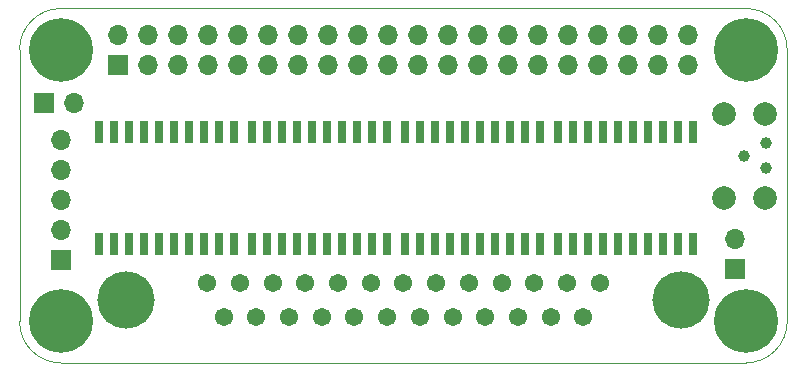
<source format=gbr>
%TF.GenerationSoftware,KiCad,Pcbnew,(5.1.9-16-g1737927814)-1*%
%TF.CreationDate,2021-11-14T21:42:26-06:00*%
%TF.ProjectId,rascsi_zero,72617363-7369-45f7-9a65-726f2e6b6963,rev?*%
%TF.SameCoordinates,PX59d60c0PY325aa00*%
%TF.FileFunction,Soldermask,Bot*%
%TF.FilePolarity,Negative*%
%FSLAX46Y46*%
G04 Gerber Fmt 4.6, Leading zero omitted, Abs format (unit mm)*
G04 Created by KiCad (PCBNEW (5.1.9-16-g1737927814)-1) date 2021-11-14 21:42:26*
%MOMM*%
%LPD*%
G01*
G04 APERTURE LIST*
%TA.AperFunction,Profile*%
%ADD10C,0.050000*%
%TD*%
%ADD11C,1.000000*%
%ADD12C,2.000000*%
%ADD13C,5.400000*%
%ADD14O,1.700000X1.700000*%
%ADD15R,1.700000X1.700000*%
%ADD16C,4.845000*%
%ADD17C,1.545000*%
%ADD18R,0.650000X1.950000*%
G04 APERTURE END LIST*
D10*
X83800000Y-19700000D02*
X141800000Y-19700000D01*
X83800000Y-19700000D02*
G75*
G02*
X80300000Y-16200000I0J3500000D01*
G01*
X145300000Y-16200000D02*
G75*
G02*
X141800000Y-19700000I-3500000J0D01*
G01*
X80300000Y6800000D02*
X80300000Y-16200000D01*
X145300000Y6800000D02*
X145300000Y-16200000D01*
X83800000Y10300000D02*
X141800000Y10300000D01*
X80300000Y6800000D02*
G75*
G02*
X83800000Y10300000I3500000J0D01*
G01*
X141800000Y10300000D02*
G75*
G02*
X145300000Y6800000I0J-3500000D01*
G01*
D11*
%TO.C,TP3*%
X143510000Y-1125000D03*
%TD*%
%TO.C,TP2*%
X141660000Y-2200000D03*
%TD*%
%TO.C,TP1*%
X143510000Y-3225000D03*
%TD*%
D12*
%TO.C,J3*%
X139950000Y-5775000D03*
X139950000Y1375000D03*
X143400000Y1375000D03*
X143400000Y-5775000D03*
%TD*%
D13*
%TO.C,H4*%
X141800000Y-16200000D03*
%TD*%
%TO.C,H3*%
X83800000Y-16200000D03*
%TD*%
%TO.C,H2*%
X141800000Y6800000D03*
%TD*%
%TO.C,H1*%
X83800000Y6800000D03*
%TD*%
D14*
%TO.C,J2*%
X140836000Y-9192000D03*
D15*
X140836000Y-11732000D03*
%TD*%
D14*
%TO.C,J1*%
X136930000Y8070000D03*
X136930000Y5530000D03*
X134390000Y8070000D03*
X134390000Y5530000D03*
X131850000Y8070000D03*
X131850000Y5530000D03*
X129310000Y8070000D03*
X129310000Y5530000D03*
X126770000Y8070000D03*
X126770000Y5530000D03*
X124230000Y8070000D03*
X124230000Y5530000D03*
X121690000Y8070000D03*
X121690000Y5530000D03*
X119150000Y8070000D03*
X119150000Y5530000D03*
X116610000Y8070000D03*
X116610000Y5530000D03*
X114070000Y8070000D03*
X114070000Y5530000D03*
X111530000Y8070000D03*
X111530000Y5530000D03*
X108990000Y8070000D03*
X108990000Y5530000D03*
X106450000Y8070000D03*
X106450000Y5530000D03*
X103910000Y8070000D03*
X103910000Y5530000D03*
X101370000Y8070000D03*
X101370000Y5530000D03*
X98830000Y8070000D03*
X98830000Y5530000D03*
X96290000Y8070000D03*
X96290000Y5530000D03*
X93750000Y8070000D03*
X93750000Y5530000D03*
X91210000Y8070000D03*
X91210000Y5530000D03*
X88670000Y8070000D03*
D15*
X88670000Y5530000D03*
%TD*%
D16*
%TO.C,J6*%
X89286320Y-14371200D03*
X136326320Y-14371200D03*
D17*
X97571320Y-15791200D03*
X100341320Y-15791200D03*
X103111320Y-15791200D03*
X105881320Y-15791200D03*
X108651320Y-15791200D03*
X111421320Y-15791200D03*
X114191320Y-15791200D03*
X116961320Y-15791200D03*
X119731320Y-15791200D03*
X122501320Y-15791200D03*
X125271320Y-15791200D03*
X128041320Y-15791200D03*
X96186320Y-12951200D03*
X98956320Y-12951200D03*
X101726320Y-12951200D03*
X104496320Y-12951200D03*
X107266320Y-12951200D03*
X110036320Y-12951200D03*
X112806320Y-12951200D03*
X115576320Y-12951200D03*
X118346320Y-12951200D03*
X121116320Y-12951200D03*
X123886320Y-12951200D03*
X126656320Y-12951200D03*
X129426320Y-12951200D03*
%TD*%
D18*
%TO.C,IC3*%
X99956880Y-9638880D03*
X101226880Y-9638880D03*
X102496880Y-9638880D03*
X103766880Y-9638880D03*
X105036880Y-9638880D03*
X106306880Y-9638880D03*
X107576880Y-9638880D03*
X108846880Y-9638880D03*
X110116880Y-9638880D03*
X111386880Y-9638880D03*
X111386880Y-188880D03*
X110116880Y-188880D03*
X108846880Y-188880D03*
X107576880Y-188880D03*
X106306880Y-188880D03*
X105036880Y-188880D03*
X103766880Y-188880D03*
X102496880Y-188880D03*
X101226880Y-188880D03*
X99956880Y-188880D03*
%TD*%
%TO.C,IC4*%
X87002880Y-9638880D03*
X88272880Y-9638880D03*
X89542880Y-9638880D03*
X90812880Y-9638880D03*
X92082880Y-9638880D03*
X93352880Y-9638880D03*
X94622880Y-9638880D03*
X95892880Y-9638880D03*
X97162880Y-9638880D03*
X98432880Y-9638880D03*
X98432880Y-188880D03*
X97162880Y-188880D03*
X95892880Y-188880D03*
X94622880Y-188880D03*
X93352880Y-188880D03*
X92082880Y-188880D03*
X90812880Y-188880D03*
X89542880Y-188880D03*
X88272880Y-188880D03*
X87002880Y-188880D03*
%TD*%
%TO.C,IC2*%
X137294880Y-188880D03*
X136024880Y-188880D03*
X134754880Y-188880D03*
X133484880Y-188880D03*
X132214880Y-188880D03*
X130944880Y-188880D03*
X129674880Y-188880D03*
X128404880Y-188880D03*
X127134880Y-188880D03*
X125864880Y-188880D03*
X125864880Y-9638880D03*
X127134880Y-9638880D03*
X128404880Y-9638880D03*
X129674880Y-9638880D03*
X130944880Y-9638880D03*
X132214880Y-9638880D03*
X133484880Y-9638880D03*
X134754880Y-9638880D03*
X136024880Y-9638880D03*
X137294880Y-9638880D03*
%TD*%
%TO.C,IC1*%
X124340880Y-188880D03*
X123070880Y-188880D03*
X121800880Y-188880D03*
X120530880Y-188880D03*
X119260880Y-188880D03*
X117990880Y-188880D03*
X116720880Y-188880D03*
X115450880Y-188880D03*
X114180880Y-188880D03*
X112910880Y-188880D03*
X112910880Y-9638880D03*
X114180880Y-9638880D03*
X115450880Y-9638880D03*
X116720880Y-9638880D03*
X117990880Y-9638880D03*
X119260880Y-9638880D03*
X120530880Y-9638880D03*
X121800880Y-9638880D03*
X123070880Y-9638880D03*
X124340880Y-9638880D03*
%TD*%
D14*
%TO.C,J7*%
X84920000Y2280000D03*
D15*
X82380000Y2280000D03*
%TD*%
D14*
%TO.C,J4*%
X83810000Y-820000D03*
X83810000Y-3360000D03*
X83810000Y-5900000D03*
X83810000Y-8440000D03*
D15*
X83810000Y-10980000D03*
%TD*%
M02*

</source>
